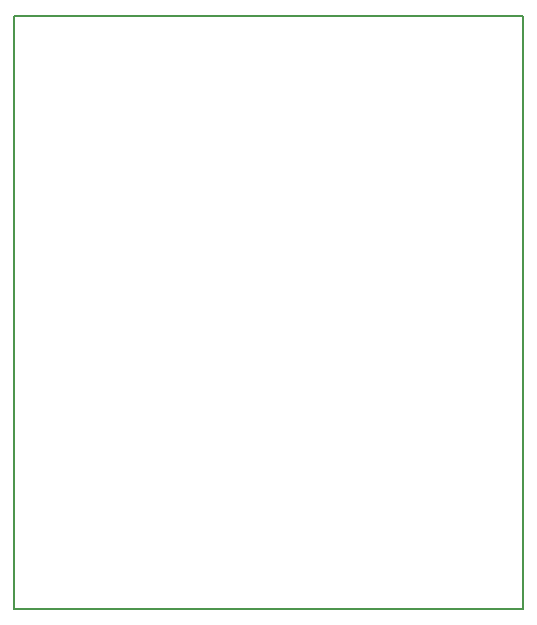
<source format=gbo>
G04 MADE WITH FRITZING*
G04 WWW.FRITZING.ORG*
G04 SINGLE SIDED*
G04 HOLES NOT PLATED*
G04 CONTOUR ON CENTER OF CONTOUR VECTOR*
%ASAXBY*%
%FSLAX23Y23*%
%MOIN*%
%OFA0B0*%
%SFA1.0B1.0*%
%ADD10R,1.703860X1.983520X1.687860X1.967520*%
%ADD11C,0.008000*%
%LNSILK0*%
G90*
G70*
G54D11*
X4Y1980D02*
X1700Y1980D01*
X1700Y4D01*
X4Y4D01*
X4Y1980D01*
D02*
G04 End of Silk0*
M02*
</source>
